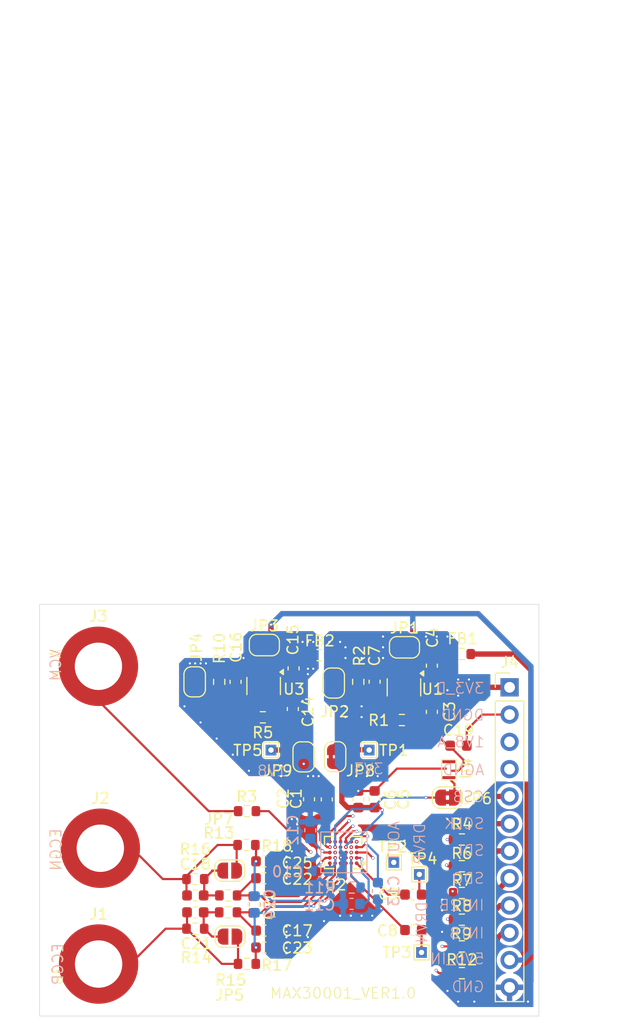
<source format=kicad_pcb>
(kicad_pcb (version 20240108) (generator "pcbnew") (generator_version "8.0")
  (layers (0 "F.Cu" signal) (1 "In1.Cu" signal) (2 "In2.Cu" signal) (31 "B.Cu" signal) (34 "B.Paste" user) (35 "F.Paste" user) (36 "B.SilkS" user "B.Silkscreen") (37 "F.SilkS" user "F.Silkscreen") (38 "B.Mask" user) (39 "F.Mask" user) (44 "Edge.Cuts" user))
  (net 0 "")
  (net 1 "GND")
  (net 2 "Net-(JP2-B)")
  (net 3 "Net-(JP4-B)")
  (net 4 "Net-(JP1-B)")
  (net 5 "Net-(JP3-B)")
  (net 6 "GNDA")
  (net 8 "1V8_A")
  (net 9 "3V3_D")
  (net 10 "GNDD")
  (net 11 "Net-(U2-DRVN)")
  (net 12 "Net-(U2-DRVP)")
  (net 13 "Net-(U2-CAPN)")
  (net 14 "Net-(U2-CAPP)")
  (net 15 "Net-(U2-VBG)")
  (net 16 "Net-(U2-CPLL)")
  (net 17 "Net-(U2-VREF)")
  (net 18 "ECGP")
  (net 19 "Net-(JP5-A)")
  (net 20 "ECGP ELECTRODE")
  (net 21 "ECGN")
  (net 22 "Net-(JP7-B)")
  (net 23 "ECGN ELECTRODE")
  (net 24 "BIP")
  (net 25 "BIN")
  (net 26 "VCM ELECTRODE")
  (net 27 "Net-(J4-Pin_7)")
  (net 28 "Net-(J4-Pin_6)")
  (net 29 "Net-(J4-Pin_9)")
  (net 30 "5V0_IN")
  (net 31 "Net-(J4-Pin_10)")
  (net 32 "Net-(J4-Pin_5)")
  (net 33 "Net-(J4-Pin_8)")
  (net 34 "FCLK")
  (net 35 "Net-(JP6-A)")
  (net 36 "Net-(U2-VCM)")
  (net 37 "CSB")
  (net 38 "SCLK")
  (net 39 "SDI")
  (net 40 "SDO")
  (net 41 "INT2B")
  (net 42 "RBIAS")
  (net 43 "INTB")
  (net 44 "Net-(U2-AOUT)")
  (net 47 "Net-(JP8-A)")
  (net 48 "Net-(JP9-A)")
  (footprint "Capacitor_SMD:C_0603_1608Metric" (layer "F.Cu") (at 177.9394 125.9332)
    (property "Reference" "C25")
    (property "Value" "DNI")
  )
  (footprint "Capacitor_SMD:C_0603_1608Metric" (layer "F.Cu") (at 183.757 120.164 90)
    (property "Reference" "C1")
    (property "Value" "10uF")
  )
  (footprint "TestPoint:TestPoint_THTPad_1.0x1.0mm_Drill0.5mm" (layer "F.Cu") (at 192.5828 134.4168 -90)
    (property "Reference" "TP3")
    (property "Value" "DRVN")
  )
  (footprint "Capacitor_SMD:C_0603_1608Metric" (layer "F.Cu") (at 186.69 120.155 90)
    (property "Reference" "C6")
    (property "Value" "100nF")
  )
  (footprint "Capacitor_SMD:C_0603_1608Metric" (layer "F.Cu") (at 176.936681 129.959681 90)
    (property "Reference" "C20")
    (property "Value" "DNI")
  )
  (footprint "Package_BGA:BGA30N50P5X6_274X292X69N" (layer "F.Cu") (at 185.289 125.111 180)
    (property "Reference" "U2")
    (property "Value" "MAX30001CWV_T")
  )
  (footprint "parts:SIT1533AI_2X1.2MM" (layer "F.Cu") (at 195.1332 117.4 -90)
    (property "Reference" "U4")
    (property "Value" "SIT1533AI-H4-DCC-32.768E")
  )
  (footprint "Mounting_Wuerth:Mounting_Wuerth_WA-SMSI-M3_H6mm_9774060360" (layer "F.Cu") (at 162.5 135.5)
    (property "Reference" "J1")
    (property "Value" "Conn_01x01")
  )
  (footprint "Resistor_SMD:R_0603_1608Metric" (layer "F.Cu") (at 196.342 128.8796)
    (property "Reference" "R7")
    (property "Value" "22R")
  )
  (footprint "Capacitor_SMD:C_0603_1608Metric" (layer "F.Cu") (at 196.0242 115.1636)
    (property "Reference" "C19")
    (property "Value" "1uF")
  )
  (footprint "Resistor_SMD:R_0603_1608Metric" (layer "F.Cu") (at 173.736 109.22 90)
    (property "Reference" "R10")
    (property "Value" "NC")
  )
  (footprint "TestPoint:TestPoint_THTPad_1.0x1.0mm_Drill0.5mm" (layer "F.Cu") (at 192.3796 127.1524 -90)
    (property "Reference" "TP4")
    (property "Value" "DRVP")
  )
  (footprint "Connector_PinHeader_2.54mm:PinHeader_1x12_P2.54mm_Vertical" (layer "F.Cu") (at 200.787 109.728)
    (property "Reference" "J4")
    (property "Value" "Conn_01x12")
  )
  (footprint "Resistor_SMD:R_0603_1608Metric" (layer "F.Cu") (at 174.574481 129.108481 180)
    (property "Reference" "R15")
    (property "Value" "0R")
  )
  (footprint "Resistor_SMD:R_0603_1608Metric" (layer "F.Cu") (at 196.342 106.6292 180)
    (property "Reference" "FB1")
    (property "Value" "TBD/0R")
  )
  (footprint "Resistor_SMD:R_0603_1608Metric" (layer "F.Cu") (at 177.8 112.522 180)
    (property "Reference" "R5")
    (property "Value" "NC")
  )
  (footprint "Jumper:SolderJumper-2_P1.3mm_Open_RoundedPad1.0x1.5mm" (layer "F.Cu") (at 174.7116 126.7968 180)
    (property "Reference" "JP7")
    (property "Value" "Jumper_2_Open")
  )
  (footprint "Resistor_SMD:R_0603_1608Metric" (layer "F.Cu") (at 176.3146 135.4836 180)
    (property "Reference" "R17")
    (property "Value" "0R")
  )
  (footprint "Resistor_SMD:R_0603_1608Metric" (layer "F.Cu") (at 176.276 124.4092 180)
    (property "Reference" "R18")
    (property "Value" "0R")
  )
  (footprint "Capacitor_SMD:C_0603_1608Metric" (layer "F.Cu") (at 188.214 120.155 90)
    (property "Reference" "C5")
    (property "Value" "10uF")
  )
  (footprint "Package_TO_SOT_SMD:TSOT-23-5" (layer "F.Cu") (at 190.947 109.7335 -90)
    (property "Reference" "U1")
    (property "Value" "ADP151_3V3")
  )
  (footprint "Jumper:SolderJumper-2_P1.3mm_Open_RoundedPad1.0x1.5mm" (layer "F.Cu") (at 174.7416 132.9436)
    (property "Reference" "JP5")
    (property "Value" "Jumper_2_Open")
  )
  (footprint "Resistor_SMD:R_0603_1608Metric" (layer "F.Cu") (at 190.754 112.776 180)
    (property "Reference" "R1")
    (property "Value" "NC")
  )
  (footprint "Resistor_SMD:R_0603_1608Metric" (layer "F.Cu") (at 196.342 136.3472)
    (property "Reference" "R12")
    (property "Value" "22R")
  )
  (footprint "Capacitor_SMD:C_0603_1608Metric" (layer "F.Cu") (at 177.9394 133.9596)
    (property "Reference" "C23")
    (property "Value" "DNI")
  )
  (footprint "Capacitor_SMD:C_0603_1608Metric" (layer "F.Cu") (at 171.513481 130.683281)
    (property "Reference" "C18")
    (property "Value" "47nF/25V/C0G")
  )
  (footprint "Package_TO_SOT_SMD:TSOT-23-5" (layer "F.Cu") (at 177.876 109.6065 -90)
    (property "Reference" "U3")
    (property "Value" "ADP151_1V8")
  )
  (footprint "Capacitor_SMD:C_0603_1608Metric" (layer "F.Cu") (at 177.9394 127.508)
    (property "Reference" "C22")
    (property "Value" "DNI")
  )
  (footprint "Capacitor_SMD:C_0603_1608Metric" (layer "F.Cu") (at 188.214 109.207 90)
    (property "Reference" "C7")
    (property "Value" "NC")
  )
  (footprint "Mounting_Wuerth:Mounting_Wuerth_WA-SMSI-M3_H6mm_9774060360" (layer "F.Cu") (at 162.6616 124.714)
    (property "Reference" "J2")
    (property "Value" "Conn_01x01")
  )
  (footprint "TestPoint:TestPoint_THTPad_1.0x1.0mm_Drill0.5mm" (layer "F.Cu") (at 187.706 115.57 -90)
    (property "Reference" "TP1")
    (property "Value" "3V3")
  )
  (footprint "Capacitor_SMD:C_0603_1608Metric" (layer "F.Cu") (at 182.106 120.151 90)
    (property "Reference" "C2")
    (property "Value" "100nF")
  )
  (footprint "Resistor_SMD:R_0603_1608Metric" (layer "F.Cu") (at 196.342 133.858)
    (property "Reference" "R9")
    (property "Value" "22R")
  )
  (footprint "Jumper:SolderJumper-2_P1.3mm_Bridged2Bar_RoundedPad1.0x1.5mm" (layer "F.Cu") (at 184.531 116.19 -90)
    (property "Reference" "JP8")
    (property "Value" "Jumper_2_Bridged")
  )
  (footprint "Mounting_Wuerth:Mounting_Wuerth_WA-SMSI-M3_H6mm_9774060360" (layer "F.Cu") (at 162.483519 107.771919)
    (property "Reference" "J3")
    (property "Value" "Conn_01x01")
  )
  (footprint "Resistor_SMD:R_0603_1608Metric" (layer "F.Cu") (at 174.562281 130.683281 180)
    (property "Reference" "R13")
    (property "Value" "0R")
  )
  (footprint "Capacitor_SMD:C_0603_1608Metric" (layer "F.Cu") (at 193.548 107.709 -90)
    (property "Reference" "C4")
    (property "Value" "1uF")
  )
  (footprint "Capacitor_SMD:C_0603_1608Metric" (layer "F.Cu") (at 180.665 107.963 -90)
    (property "Reference" "C15")
    (property "Value" "1uF")
  )
  (footprint "TestPoint:TestPoint_THTPad_1.0x1.0mm_Drill0.5mm" (layer "F.Cu") (at 190 126.0348 -90)
    (property "Reference" "TP2")
    (property "Value" "AOUT")
  )
  (footprint "Jumper:SolderJumper-2_P1.3mm_Bridged2Bar_RoundedPad1.0x1.5mm" (layer "F.Cu") (at 181.61 116.205 -90)
    (property "Reference" "JP9")
    (property "Value" "Jumper_2_Bridged")
  )
  (footprint "Capacitor_SMD:C_0603_1608Metric" (layer "F.Cu") (at 193.548 112.014 90)
    (property "Reference" "C3")
    (property "Value" "1uF")
  )
  (footprint "Resistor_SMD:R_0603_1608Metric" (layer "F.Cu") (at 171.514281 127.584481)
    (property "Reference" "R16")
    (property "Value" "51K/0.05%")
  )
  (footprint "Resistor_SMD:R_0603_1608Metric" (layer "F.Cu") (at 176.3268 121.2596 180)
    (property "Reference" "R3")
    (property "Value" "200K")
  )
  (footprint "Capacitor_SMD:C_0603_1608Metric" (layer "F.Cu") (at 180.594 111.747 90)
    (property "Reference" "C14")
    (property "Value" "1uF")
  )
  (footprint "Jumper:SolderJumper-2_P1.3mm_Bridged2Bar_RoundedPad1.0x1.5mm" (layer "F.Cu") (at 190.9955 106.002 180)
    (property "Reference" "JP1")
    (property "Value" "Jumper_2_Bridged")
  )
  (footprint "Capacitor_SMD:C_0603_1608Metric" (layer "F.Cu") (at 191.8208 129.032)
    (property "Reference" "C9")
    (property "Value" "47nF")
  )
  (footprint "Jumper:SolderJumper-2_P1.3mm_Bridged2Bar_RoundedPad1.0x1.5mm" (layer "F.Cu") (at 171.45 109.22 -90)
    (property "Reference" "JP4")
    (property "Value" "Jumper_2_Bridged")
  )
  (footprint "Capacitor_SMD:C_0603_1608Metric" (layer "F.Cu") (at 191.8208 132.334)
    (property "Reference" "C8")
    (property "Value" "47nF")
  )
  (footprint "Jumper:SolderJumper-2_P1.3mm_Bridged2Bar_RoundedPad1.0x1.5mm" (layer "F.Cu") (at 177.942 105.791 180)
    (property "Reference" "JP3")
    (property "Value" "Jumper_2_Bridged")
  )
  (footprint "Jumper:SolderJumper-2_P1.3mm_Bridged2Bar_RoundedPad1.0x1.5mm" (layer "F.Cu") (at 195 120 180)
    (property "Reference" "JP6")
    (property "Value" "Jumper_2_Bridged")
  )
  (footprint "Jumper:SolderJumper-2_P1.3mm_Bridged2Bar_RoundedPad1.0x1.5mm" (layer "F.Cu") (at 184.404 109.332 -90)
    (property "Reference" "JP2")
    (property "Value" "Jumper_2_Bridged")
  )
  (footprint "TestPoint:TestPoint_THTPad_1.0x1.0mm_Drill0.5mm" (layer "F.Cu") (at 178.562 115.57 -90)
    (property "Reference" "TP5")
    (property "Value" "1V8")
  )
  (footprint "Resistor_SMD:R_0603_1608Metric" (layer "F.Cu") (at 196.342 131.3688)
    (property "Reference" "R8")
    (property "Value" "22R")
  )
  (footprint "Resistor_SMD:R_0603_1608Metric" (layer "F.Cu") (at 183.0832 106.7308 180)
    (property "Reference" "FB2")
    (property "Value" "TBD/0R")
  )
  (footprint "Capacitor_SMD:C_0603_1608Metric" (layer "F.Cu") (at 175.26 109.22 90)
    (property "Reference" "C16")
    (property "Value" "NC")
  )
  (footprint "Resistor_SMD:R_0603_1608Metric" (layer "F.Cu") (at 171.514281 132.207281 180)
    (property "Reference" "R14")
    (property "Value" "51K/0.05%")
  )
  (footprint "Resistor_SMD:R_0603_1608Metric" (layer "F.Cu") (at 186.69 109.22 90)
    (property "Reference" "R2")
    (property "Value" "NC")
  )
  (footprint "Resistor_SMD:R_0603_1608Metric" (layer "F.Cu") (at 196.342 123.9012)
    (property "Reference" "R4")
    (property "Value" "22R")
  )
  (footprint "Capacitor_SMD:C_0603_1608Metric" (layer "F.Cu") (at 177.9524 132.3848)
    (property "Reference" "C17")
    (property "Value" "DNI")
  )
  (footprint "Capacitor_SMD:C_0603_1608Metric" (layer "F.Cu") (at 171.513481 129.108481 180)
    (property "Reference" "C21")
    (property "Value" "47nF/25V/C0G")
  )
  (footprint "Resistor_SMD:R_0603_1608Metric" (layer "F.Cu") (at 196.342 126.3904)
    (property "Reference" "R6")
    (property "Value" "22R")
  )
  (footprint "Capacitor_SMD:C_0603_1608Metric" (layer "B.Cu") (at 177.038 129.9464 90)
    (property "Reference" "C24")
    (property "Value" "DNI")
  )
  (footprint "Capacitor_SMD:C_0603_1608Metric" (layer "B.Cu") (at 183.134 126.8476)
    (property "Reference" "C10")
    (property "Value" "1uF")
  )
  (footprint "Capacitor_SMD:C_0603_1608Metric" (layer "B.Cu") (at 188.5188 128.6894 -90)
    (property "Reference" "C13")
    (property "Value" "10uF")
  )
  (footprint "Capacitor_SMD:C_0603_1608Metric" (layer "B.Cu") (at 182.2196 123.0376 90)
    (property "Reference" "C12")
    (property "Value" "1nF")
  )
  (footprint "Resistor_SMD:R_0603_1608Metric" (layer "B.Cu") (at 186.0804 128.3716)
    (property "Reference" "R11")
    (property "Value" "DNP")
  )
  (footprint "Capacitor_SMD:C_0603_1608Metric" (layer "B.Cu") (at 186.0674 129.8956 180)
    (property "Reference" "C11")
    (property "Value" "1uF")
  )
  (gr_rect (start 183.2 123.2) (end 187.5 127) (stroke (width 0.1)) (fill none) (layer "B.SilkS"))
  (gr_rect (start 157 102) (end 203.523 140.3415) (stroke (width 0.05)) (fill none) (layer "Edge.Cuts"))
  (gr_text "SCLK" (at 198.5 123 0) (layer "B.SilkS") (effects (font (size 1 1) (thickness 0.1)) (justify left bottom mirror)))
  (gr_text "DRVP" (at 193 122.3 90) (layer "B.SilkS") (effects (font (size 1 1) (thickness 0.1)) (justify left bottom mirror)))
  (gr_text "AGND" (at 198.5 118 0) (layer "B.SilkS") (effects (font (size 1 1) (thickness 0.1)) (justify left bottom mirror)))
  (gr_text "GND\n" (at 198.5 138.2 0) (layer "B.SilkS") (effects (font (size 1 1) (thickness 0.1)) (justify left bottom mirror)))
  (gr_text "SDO" (at 198.5 128.1 0) (layer "B.SilkS") (effects (font (size 1 1) (thickness 0.1)) (justify left bottom mirror)))
  (gr_text "VCM" (at 159.1 106.1 90) (layer "B.SilkS") (effects (font (size 1 1) (thickness 0.1)) (justify left bottom mirror)))
  (gr_text "ECGP" (at 159.3 133.5 90) (layer "B.SilkS") (effects (font (size 1 1) (thickness 0.1)) (justify left bottom mirror)))
  (gr_text "CSB" (at 198.5 120.5 0) (layer "B.SilkS") (effects (font (size 1 1) (thickness 0.1)) (justify left bottom mirror)))
  (gr_text "INT2B" (at 198.5 130.6 0) (layer "B.SilkS") (effects (font (size 1 1) (thickness 0.1)) (justify left bottom mirror)))
  (gr_text "1V8_A" (at 198.5 115.4 0) (layer "B.SilkS") (effects (font (size 1 1) (thickness 0.1)) (justify left bottom mirror)))
  (gr_text "1V8" (at 180.1 118.1 0) (layer "B.SilkS") (effects (font (size 1 1) (thickness 0.1)) (justify left bottom mirror)))
  (gr_text "5V0_IN" (at 198.5 135.6 0) (layer "B.SilkS") (effects (font (size 1 1) (thickness 0.1)) (justify left bottom mirror)))
  (gr_text "3V3_D" (at 198.5 110.4 0) (layer "B.SilkS") (effects (font (size 1 1) (thickness 0.1)) (justify left bottom mirror)))
  (gr_text "SDI" (at 198.5 125.5 0) (layer "B.SilkS") (effects (font (size 1 1) (thickness 0.1)) (justify left bottom mirror)))
  (gr_text "INTB" (at 198.5 133.2 0) (layer "B.SilkS") (effects (font (size 1 1) (thickness 0.1)) (justify left bottom mirror)))
  (gr_text "AOUT" (at 190.6 122.1 90) (layer "B.SilkS") (effects (font (size 1 1) (thickness 0.1)) (justify left bottom mirror)))
  (gr_text "ECGN" (at 159.1 122.8 90) (layer "B.SilkS") (effects (font (size 1 1) (thickness 0.1)) (justify left bottom mirror)))
  (gr_text "DGND" (at 198.5 112.9 0) (layer "B.SilkS") (effects (font (size 1 1) (thickness 0.1)) (justify left bottom mirror)))
  (gr_text "3V3" (at 189.1 117.9 0) (layer "B.SilkS") (effects (font (size 1 1) (thickness 0.1)) (justify left bottom mirror)))
  (gr_text "DRVN" (at 193.2 129.6 90) (layer "B.SilkS") (effects (font (size 1 1) (thickness 0.1)) (justify left bottom mirror)))
  (gr_text "ECGP" (at 158 133.5 -90) (layer "F.SilkS") (effects (font (size 1 1) (thickness 0.1)) (justify left bottom)))
  (gr_text "VCM" (at 157.8 106.1 -90) (layer "F.SilkS") (effects (font (size 1 1) (thickness 0.1)) (justify left bottom)))
  (gr_text "ECGN" (at 157.9 122.8 -90) (layer "F.SilkS") (effects (font (size 1 1) (thickness 0.1)) (justify left bottom)))
  (gr_text "MAX30001_VER1.0" (at 178.4 138.8 0) (layer "F.SilkS") (effects (font (size 1 1) (thickness 0.1)) (justify left bottom)))
  (segment (start 201.2696 106.6292) (end 197.167 106.6292) (width 0.5) (layer "F.Cu") (net 1))
  (segment (start 202.773 137.079) (end 202.773 108.1326) (width 0.5) (layer "F.Cu") (net 1))
  (segment (start 200.787 137.668) (end 202.184 137.668) (width 0.5) (layer "F.Cu") (net 1))
  (segment (start 202.773 108.1326) (end 201.2696 106.6292) (width 0.5) (layer "F.Cu") (net 1))
  (segment (start 202.184 137.668) (end 202.773 137.079) (width 0.5) (layer "F.Cu") (net 1))
  (via (at 195 122) (size 0.3) (drill 0.2) (layers "F.Cu" "B.Cu") (net 1))
  (via (at 196 122) (size 0.3) (drill 0.2) (layers "F.Cu" "B.Cu") (net 1))
  (via (at 195 138) (size 0.3) (drill 0.2) (layers "F.Cu" "B.Cu") (net 1))
  (via (at 194.5 129.5) (size 0.3) (drill 0.2) (layers "F.Cu" "B.Cu") (net 1))
  (via (at 191 124) (size 0.3) (drill 0.2) (layers "F.Cu" "B.Cu") (net 1))
  (via (at 194.5 132.5) (size 0.3) (drill 0.2) (layers "F.Cu" "B.Cu") (net 1))
  (via (at 196 139) (size 0.3) (drill 0.2) (layers "F.Cu" "B.Cu") (net 1))
  (via (at 202.5 139) (size 0.3) (drill 0.2) (layers "F.Cu" "B.Cu") (net 1))
  (via (at 194.5 130.5) (size 0.3) (drill 0.2) (layers "F.Cu" "B.Cu") (net 1))
  (via (at 197.5 139) (size 0.3) (drill 0.2) (layers "F.Cu" "B.Cu") (net 1))
  (segment (start 186.753 109.982) (end 186.69 110.045) (width 0.5) (layer "F.Cu") (net 2))
  (segment (start 188.214 111.506) (end 189.484 112.776) (width 0.5) (layer "F.Cu") (net 2))
  (segment (start 190.947 109.161184) (end 190.380184 109.728) (width 0.5) (layer "F.Cu") (net 2))
  (segment (start 186.627 109.982) (end 186.69 110.045) (width 0.5) (layer "F.Cu") (net 2))
  (segment (start 188.214 109.982) (end 188.214 111.506) (width 0.5) (layer "F.Cu") (net 2))
  (segment (start 189.484 112.776) (end 189.929 112.776) (width 0.5) (layer "F.Cu") (net 2))
  (segment (start 188.722 109.982) (end 188.214 109.982) (width 0.5) (layer "F.Cu") (net 2))
  (segment (start 188.976 109.728) (end 188.722 109.982) (width 0.5) (layer "F.Cu") (net 2))
  (segment (start 184.404 109.982) (end 186.627 109.982) (width 0.5) (layer "F.Cu") (net 2))
  (segment (start 190.380184 109.728) (end 188.976 109.728) (width 0.5) (layer "F.Cu") (net 2))
  (segment (start 190.947 108.596) (end 190.947 109.161184) (width 0.5) (layer "F.Cu") (net 2))
  (segment (start 188.214 109.982) (end 186.753 109.982) (width 0.5) (layer "F.Cu") (net 2))
  (segment (start 175.26 109.995) (end 173.786 109.995) (width 0.5) (layer "F.Cu") (net 3))
  (segment (start 171.45 109.87) (end 173.561 109.87) (width 0.5) (layer "F.Cu") (net 3))
  (segment (start 176.975 112.522) (end 176.276 112.522) (width 0.5) (layer "F.Cu") (net 3))
  (segment (start 176.276 112.522) (end 175.26 111.506) (width 0.5) (layer "F.Cu") (net 3))
  (segment (start 175.26 111.506) (end 175.26 109.995) (width 0.5) (layer "F.Cu") (net 3))
  (segment (start 173.561 109.87) (end 173.736 110.045) (width 0.5) (layer "F.Cu") (net 3))
  (segment (start 177.876 108.469) (end 177.876 109.131499) (width 0.5) (layer "F.Cu") (net 3))
  (segment (start 177.876 109.131499) (end 177.425999 109.5815) (width 0.5) (layer "F.Cu") (net 3))
  (segment (start 177.425999 109.5815) (end 175.6735 109.5815) (width 0.5) (layer "F.Cu") (net 3))
  (segment (start 175.6735 109.5815) (end 175.26 109.995) (width 0.5) (layer "F.Cu") (net 3))
  (segment (start 173.786 109.995) (end 173.736 110.045) (width 0.5) (layer "F.Cu") (net 3))
  (segment (start 189.997 106.3505) (end 190.3455 106.002) (width 0.5) (layer "F.Cu") (net 4))
  (segment (start 189.997 108.596) (end 189.997 106.3505) (width 0.5) (layer "F.Cu") (net 4))
  (segment (start 176.926 108.469) (end 176.926 106.157) (width 0.5) (layer "F.Cu") (net 5))
  (segment (start 176.926 106.157) (end 177.292 105.791) (width 0.5) (layer "F.Cu") (net 5))
  (segment (start 185.539 125.611) (end 185.539 125.111) (width 0.2) (layer "F.Cu") (net 6))
  (segment (start 183.757 119.389) (end 182.119 119.389) (width 0.2) (layer "F.Cu") (net 6))
  (segment (start 185.039 124.611) (end 185.039 125.611) (width 0.2) (layer "F.Cu") (net 6))
  (segment (start 171.575 108.445) (end 171.45 108.57) (width 0.5) (layer "F.Cu") (net 6))
  (segment (start 180.594 108.809) (end 180.665 108.738) (width 0.5) (layer "F.Cu") (net 6))
  (segment (start 180.594 110.972) (end 180.594 108.809) (width 0.5) (layer "F.Cu") (net 6))
  (segment (start 178.7144 127.508) (end 178.7144 125.9332) (width 0.2) (layer "F.Cu") (net 6))
  (segment (start 180.622 111) (end 180.594 110.972) (width 0.2) (layer "F.Cu") (net 6))
  (segment (start 175.26 108.445) (end 171.575 108.445) (width 0.5) (layer "F.Cu") (net 6))
  (segment (start 178.7274 133.9466) (end 178.7144 133.9596) (width 0.2) (layer "F.Cu") (net 6))
  (segment (start 178.7274 132.3848) (end 178.7274 133.9466) (width 0.2) (layer "F.Cu") (net 6))
  (segment (start 185.039 125.111) (end 185.539 125.111) (width 0.2) (layer "F.Cu") (net 6))
  (segment (start 182.119 119.389) (end 182.106 119.376) (width 0.2) (layer "F.Cu") (net 6))
  (segment (start 181.5 111) (end 180.622 111) (width 0.2) (layer "F.Cu") (net 6))
  (via (at 183.5 131.5) (size 0.3) (drill 0.2) (layers "F.Cu" "B.Cu") (net 6))
  (via (at 180 126) (size 0.3) (drill 0.2) (layers "F.Cu" "B.Cu") (net 6))
  (via (at 171 107.5) (size 0.3) (drill 0.2) (layers "F.Cu" "B.Cu") (net 6))
  (via (at 180 132) (size 0.3) (drill 0.2) (layers "F.Cu" "B.Cu") (net 6))
  (via (at 182 108.5) (size 0.3) (drill 0.2) (layers "F.Cu" "B.Cu") (net 6))
  (via (at 179.5 117) (size 0.3) (drill 0.2) (layers "F.Cu" "B.Cu") (net 6))
  (via (at 182 133) (size 0.3) (drill 0.2) (layers "F.Cu" "B.Cu") (net 6))
  (via (at 187 131) (size 0.3) (drill 0.2) (layers "F.Cu" "B.Cu") (net 6))
  (via (at 181 122.5) (size 0.3) (drill 0.2) (layers "F.Cu" "B.Cu") (net 6))
  (via (at 180 127) (size 0.3) (drill 0.2) (layers "F.Cu" "B.Cu") (net 6))
  (via (at 181.5 105.5) (size 0.3) (drill 0.2) (layers "F.Cu" "B.Cu") (net 6))
  (via (at 180 128) (size 0.3) (drill 0.2) (layers "F.Cu" "B.Cu") (net 6))
  (via (at 172 107.5) (size 0.3) (drill 0.2) (layers "F.Cu" "B.Cu") (net 6))
  (via (at 180 126.5) (size 0.3) (drill 0.2) (layers "F.Cu" "B.Cu") (net 6))
  (via (at 180 134.5) (size 0.3) (drill 0.2) (layers "F.Cu" "B.Cu") (net 6))
  (via (at 186 131) (size 0.3) (drill 0.2) (layers "F.Cu" "B.Cu") (net 6))
  (via (at 176 107) (size 0.3) (drill 0.2) (layers "F.Cu" "B.Cu") (net 6))
  (via (at 171.5 107.5) (size 0.3) (drill 0.2) (layers "F.Cu" "B.Cu") (net 6))
  (via (at 180.5 125) (size 0.3) (drill 0.2) (layers "F.Cu" "B.Cu") (net 6))
  (via (at 181 122) (size 0.3) (drill 0.2) (layers "F.Cu" "B.Cu") (net 6))
  (via (at 180 133) (size 0.3) (drill 0.2) (layers "F.Cu" "B.Cu") (net 6))
  (via (at 181.5 111) (size 0.3) (drill 0.2) (layers "F.Cu" "B.Cu") (net 6))
  (via (at 180 125.5) (size 0.3) (drill 0.2) (layers "F.Cu" "B.Cu") (net 6))
  (via (at 175 116) (size 0.3) (drill 0.2) (layers "F.Cu" "B.Cu") (net 6))
  (via (at 182 118) (size 0.3) (drill 0.2) (layers "F.Cu" "B.Cu") (net 6))
  (via (at 172 113) (size 0.3) (drill 0.2) (layers "F.Cu" "B.Cu") (net 6))
  (via (at 181 134) (size 0.3) (drill 0.2) (layers "F.Cu" "B.Cu") (net 6))
  (via (at 188 131) (size 0.3) (drill 0.2) (layers "F.Cu" "B.Cu") (net 6))
  (via (at 182 105.5) (size 0.3) (drill 0.2) (layers "F.Cu" "B.Cu") (net 6))
  (via (at 170.5 111.5) (size 0.3) (drill 0.2) (layers "F.Cu" "B.Cu") (net 6))
  (via (at 183 118) (size 0.3) (drill 0.2) (layers "F.Cu" "B.Cu") (net 6))
  (via (at 180.5 122) (size 0.3) (drill 0.2) (layers "F.Cu" "B.Cu") (net 6))
  (via (at 180 132.5) (size 0.3) (drill 0.2) (layers "F.Cu" "B.Cu") (net 6))
  (via (at 182.5 118) (size 0.3) (drill 0.2) (layers "F.Cu" "B.Cu") (net 6))
  (via (at 180 127.5) (size 0.3) (drill 0.2) (layers "F.Cu" "B.Cu") (net 6))
  (via (at 173.5 114.5) (size 0.3) (drill 0.2) (layers "F.Cu" "B.Cu") (net 6))
  (via (at 179.5 118) (size 0.3) (drill 0.2) (layers "F.Cu" "B.Cu") (net 6))
  (via (at 185.0644 125.5776) (size 0.2) (drill 0.15) (layers "F.Cu" "B.Cu") (net 6))
  (via (at 182.5 105.5) (size 0.3) (drill 0.2) (layers "F.Cu" "B.Cu") (net 6))
  (via (at 180 134) (size 0.3) (drill 0.2) (layers "F.Cu" "B.Cu") (net 6))
  (via (at 182 108) (size 0.3) (drill 0.2) (layers "F.Cu" "B.Cu") (net 6))
  (via (at 176.5 117.5) (size 0.3) (drill 0.2) (layers "F.Cu" "B.Cu") (net 6))
  (via (at 180 133.5) (size 0.3) (drill 0.2) (layers "F.Cu" "B.Cu") (net 6))
  (via (at 182.5 108) (size 0.3) (drill 0.2) (layers "F.Cu" "B.Cu") (net 6))
  (via (at 185 131) (size 0.3) (drill 0.2) (layers "F.Cu" "B.Cu") (net 6))
  (via (at 172.5 107.5) (size 0.3) (drill 0.2) (layers "F.Cu" "B.Cu") (net 6))
  (segment (start 185.2554 125.7686) (end 185.0644 125.5776) (width 0.2) (layer "B.Cu") (net 6))
  (segment (start 185.2554 128.3716) (end 185.2554 125.7686) (width 0.2) (layer "B.Cu") (net 6))
  (segment (start 183.757 122.313) (end 183.757 120.939) (width 0.2) (layer "F.Cu") (net 8))
  (segment (start 183.3054 124.124887) (end 183.3054 122.7646) (width 0.2) (layer "F.Cu") (net 8))
  (segment (start 183.3054 122.7646) (end 183.757 122.313) (width 0.2) (layer "F.Cu") (net 8))
  (segment (start 183.791513 124.611) (end 183.3054 124.124887) (width 0.2) (layer "F.Cu") (net 8))
  (segment (start 181.61 116.855) (end 180.609 117.856) (width 0.5) (layer "F.Cu") (net 8))
  (segment (start 181.356 120.939) (end 183.757 120.939) (width 0.5) (layer "F.Cu") (net 8))
  (segment (start 180.609 117.856) (end 180.609 120.192) (width 0.5) (layer "F.Cu") (net 8))
  (segment (start 184.039 124.611) (end 183.791513 124.611) (width 0.2) (layer "F.Cu") (net 8))
  (segment (start 180.609 120.192) (end 181.356 120.939) (width 0.5) (layer "F.Cu") (net 8))
  (via (at 184.0484 124.6124) (size 0.2) (drill 0.15) (layers "F.Cu" "B.Cu") (net 8))
  (via (at 181.61 116.855) (size 0.3) (drill 0.2) (layers "F.Cu" "B.Cu") (net 8))
  (via (at 186.5376 124.1044) (size 0.2) (drill 0.15) (layers "F.Cu" "B.Cu") (net 8))
  (segment (start 184.531 116.84) (end 185.166 117.475) (width 0.5) (layer "F.Cu") (net 9))
  (segment (start 190.368 114.808) (end 193.0908 114.808) (width 0.5) (layer "F.Cu") (net 9))
  (segment (start 188.336 116.84) (end 190.368 114.808) (width 0.5) (layer "F.Cu") (net 9))
  (segment (start 185.166 117.7544) (end 185.166 120.396) (width 0.5) (layer "F.Cu") (net 9))
  (segment (start 193.8782 114.0206) (end 198.1708 109.728) (width 0.5) (layer "F.Cu") (net 9))
  (segment (start 193.0908 114.808) (end 193.8782 114.0206) (width 0.5) (layer "F.Cu") (net 9))
  (segment (start 195.2492 115.1636) (end 195.0212 115.1636) (width 0.2) (layer "F.Cu") (net 9))
  (segment (start 184.531 116.84) (end 188.336 116.84) (width 0.5) (layer "F.Cu") (net 9))
  (segment (start 195.2492 115.2492) (end 196.5 116.5) (width 0.2) (layer "F.Cu") (net 9))
  (segment (start 185.7 120.93) (end 188.214 120.93) (width 0.5) (layer "F.Cu") (net 9))
  (segment (start 185.166 117.475) (end 185.166 117.7544) (width 0.5) (layer "F.Cu") (net 9))
  (segment (start 195.0212 115.1636) (end 193.8782 114.0206) (width 0.2) (layer "F.Cu") (net 9))
  (segment (start 198.1708 109.728) (end 200.787 109.728) (width 0.5) (layer "F.Cu") (net 9))
  (segment (start 186.69 120.93) (end 186.69 121.1072) (width 0.2) (layer "F.Cu") (net 9))
  (segment (start 188.214 120.93) (end 188.698413 120.93) (width 0.2) (layer "F.Cu") (net 9))
  (segment (start 185.166 120.396) (end 185.7 120.93) (width 0.5) (layer "F.Cu") (net 9))
  (segment (start 188.698413 120.93) (end 188.925194 121.156781) (width 0.2) (layer "F.Cu") (net 9))
  (segment (start 195.5832 117.5) (end 196 117.5) (width 0.2) (layer "F.Cu") (net 9))
  (segment (start 195.2492 115.1636) (end 195.2492 115.2492) (width 0.2) (layer "F.Cu") (net 9))
  (segment (start 196 117.5) (end 196.5 117) (width 0.2) (layer "F.Cu") (net 9))
  (segment (start 196.5 116.5) (end 196.5 117) (width 0.2) (layer "F.Cu") (net 9))
  (via (at 188.925194 121.156781) (size 0.3) (drill 0.2) (layers "F.Cu" "B.Cu") (net 9))
  (via (at 185.541326 124.609769) (size 0.2) (drill 0.15) (layers "F.Cu" "B.Cu") (net 9))
  (segment (start 186.795507 123.645752) (end 188.925194 121.516065) (width 0.2) (layer "B.Cu") (net 9))
  (segment (start 186.386648 123.645752) (end 186.795507 123.645752) (width 0.2) (layer "B.Cu") (net 9))
  (segment (start 185.541326 124.609769) (end 185.541326 124.491074) (width 0.2) (layer "B.Cu") (net 9))
  (segment (start 188.925194 121.516065) (end 188.925194 121.156781) (width 0.2) (layer "B.Cu") (net 9))
  (segment (start 185.541326 124.491074) (end 186.386648 123.645752) (width 0.2) (layer "B.Cu") (net 9))
  (segment (start 193.548 108.484) (end 194.538 108.484) (width 0.5) (layer "F.Cu") (net 10))
  (segment (start 198.232 112.268) (end 196.7992 113.7008) (width 0.2) (layer "F.Cu") (net 10))
  (segment (start 194.6832 117.3) (end 190.294 117.3) (width 0.2) (layer "F.Cu") (net 10))
  (segment (start 200.787 112.268) (end 198.232 112.268) (width 0.2) (layer "F.Cu") (net 10))
  (segment (start 194.946 107.2002) (end 195.517 106.6292) (width 0.5) (layer "F.Cu") (net 10))
  (segment (start 190.294 117.3) (end 188.214 119.38) (width 0.2) (layer "F.Cu") (net 10))
  (segment (start 193.548 111.239) (end 193.548 108.484) (width 0.5) (layer "F.Cu") (net 10))
  (segment (start 196.7992 113.7008) (end 196.7992 115.1636) (width 0.2) (layer "F.Cu") (net 10))
  (segment (start 194.538 108.484) (end 194.946 108.076) (width 0.5) (layer "F.Cu") (net 10))
  (segment (start 186.69 119.38) (end 188.214 119.38) (width 0.2) (layer "F.Cu") (net 10))
  (segment (start 194.946 108.076) (end 194.946 107.2002) (width 0.5) (layer "F.Cu") (net 10))
  (via (at 188.5 118) (size 0.3) (drill 0.2) (layers "F.Cu" "B.Cu") (net 10))
  (via (at 184 105.5) (size 0.3) (drill 0.2) (layers "F.Cu" "B.Cu") (net 10))
  (via (at 189 106) (size 0.3) (drill 0.2) (layers "F.Cu" "B.Cu") (net 10))
  (via (at 186.69 119.38) (size 0.3) (drill 0.2) (layers "F.Cu" "B.Cu") (net 10))
  (via (at 187 111.5) (size 0.3) (drill 0.2) (layers "F.Cu" "B.Cu") (net 10))
  (via (at 185.5 106) (size 0.3) (drill 0.2) (layers "F.Cu" "B.Cu") (net 10))
  (via (at 195 105) (size 0.3) (drill 0.2) (layers "F.Cu" "B.Cu") (net 10))
  (via (at 185 105.5) (size 0.3) (drill 0.2) (layers "F.Cu" "B.Cu") (net 10))
  (via (at 193 105) (size 0.3) (drill 0.2) (layers "F.Cu" "B.Cu") (net 10))
  (via (at 195 110) (size 0.3) (drill 0.2) (layers "F.Cu" "B.Cu") (net 10))
  (via (at 185.5 107) (size 0.3) (drill 0.2) (layers "F.Cu" "B.Cu") (net 10))
  (via (at 185.5 112.5) (size 0.3) (drill 0.2) (layers "F.Cu" "B.Cu") (net 10))
  (via (at 186.5 118) (size 0.3) (drill 0.2) (layers "F.Cu" "B.Cu") (net 10))
  (via (at 187 112.5) (size 0.3) (drill 0.2) (layers "F.Cu" "B.Cu") (net 10))
  (via (at 196 110.5) (size 0.3) (drill 0.2) (layers "F.Cu" "B.Cu") (net 10))
  (via (at 189 107) (size 0.3) (drill 0.2) (layers "F.Cu" "B.Cu") (net 10))
  (via (at 185.5 111.5) (size 0.3) (drill 0.2) (layers "F.Cu" "B.Cu") (net 10))
  (via (at 187.5 118) (size 0.3) (drill 0.2) (layers "F.Cu" "B.Cu") (net 10))
  (via (at 187 107) (size 0.3) (drill 0.2) (layers "F.Cu" "B.Cu") (net 10))
  (via (at 184.5564 125.1204) (size 0.2) (drill 0.15) (layers "F.Cu" "B.Cu") (net 10))
  (via (at 197 109) (size 0.3) (drill 0.2) (layers "F.Cu" "B.Cu") (net 10))
  (via (at 194 105) (size 0.3) (drill 0.2) (layers "F.Cu" "B.Cu") (net 10))
  (via (at 189 105) (size 0.3) (drill 0.2) (layers "F.Cu" "B.Cu") (net 10))
  (via (at 196 109) (size 0.3) (drill 0.2) (layers "F.Cu" "B.Cu") (net 10))
  (segment (start 186.039 126.111) (end 186.039 127.3272) (width 0.2) (layer "F.Cu") (net 11))
  (segment (start 186.039 127.3272) (end 191.0458 132.334) (width 0.2) (layer "F.Cu") (net 11))
  (segment (start 186.539 126.111) (end 189.46 129.032) (width 0.2) (layer "F.Cu") (net 12))
  (segment (start 189.46 129.032) (end 191.0458 129.032) (width 0.2) (layer "F.Cu") (net 12))
  (via (at 184.5564 125.6284) (size 0.2) (drill 0.15) (layers "F.Cu" "B.Cu") (net 13))
  (segment (start 184.5564 125.6284) (end 184.5564 126.2002) (width 0.2) (layer "B.Cu") (net 13))
  (segment (start 184.5564 126.2002) (end 183.909 126.8476) (width 0.2) (layer "B.Cu") (net 13))
  (segment (start 184.039 125.611) (end 183.6514 125.611) (width 0.2) (layer "F.Cu") (net 14))
  (segment (start 183.6514 125.611) (end 183.2356 126.0268) (width 0.2) (layer "F.Cu") (net 14))
  (via (at 183.2356 126.0268) (size 0.3) (drill 0.2) (layers "F.Cu" "B.Cu") (net 14))
  (segment (start 183.1798 126.0268) (end 183.2356 126.0268) (width 0.2) (layer "B.Cu") (net 14))
  (segment (start 182.359 126.8476) (end 183.1798 126.0268) (width 0.2) (layer "B.Cu") (net 14))
  (segment (start 186.895893 125.611) (end 187.022405 125.737512) (width 0.2) (layer "F.Cu") (net 15))
  (segment (start 186.539 125.611) (end 186.895893 125.611) (width 0.2) (layer "F.Cu") (net 15))
  (via (at 187.022405 125.737512) (size 0.3) (drill 0.2) (layers "F.Cu" "B.Cu") (net 15))
  (segment (start 186.8424 129.8956) (end 187.2924 129.8956) (width 0.2) (layer "B.Cu") (net 15))
  (segment (start 187.6552 129.5328) (end 187.6552 127.616486) (width 0.2) (layer "B.Cu") (net 15))
  (segment (start 187.6552 127.616486) (end 187.022405 126.983691) (width 0.2) (layer "B.Cu") (net 15))
  (segment (start 187.022405 126.983691) (end 187.022405 125.737512) (width 0.2) (layer "B.Cu") (net 15))
  (segment (start 187.2924 129.8956) (end 187.6552 129.5328) (width 0.2) (layer "B.Cu") (net 15))
  (segment (start 184.039 125.111) (end 183.503089 125.111) (width 0.2) (layer "F.Cu") (net 16))
  (segment (start 183.503089 125.111) (end 183.368089 124.976) (width 0.2) (layer "F.Cu") (net 16))
  (via (at 183.368089 124.976) (size 0.3) (drill 0.2) (layers "F.Cu" "B.Cu") (net 16))
  (segment (start 182.2196 123.827511) (end 183.368089 124.976) (width 0.2) (layer "B.Cu") (net 16))
  (segment (start 182.2196 123.8126) (end 182.2196 123.827511) (width 0.2) (layer "B.Cu") (net 16))
  (segment (start 186.539 124.611) (end 187.047 124.611) (width 0.2) (layer "F.Cu") (net 17))
  (segment (start 187.047 124.611) (end 187.4012 124.2568) (width 0.2) (layer "F.Cu") (net 17))
  (via (at 187.4012 124.2568) (size 0.3) (drill 0.2) (layers "F.Cu" "B.Cu") (net 17))
  (segment (start 188.5188 125.3744) (end 187.4012 124.2568) (width 0.2) (layer "B.Cu") (net 17))
  (segment (start 188.5188 127.9144) (end 188.5188 125.3744) (width 0.2) (layer "B.Cu") (net 17))
  (segment (start 178.816 130.1714) (end 178.802719 130.184681) (width 0.2) (layer "F.Cu") (net 18))
  (segment (start 178.802719 130.184681) (end 178.199182 130.184681) (width 0.2) (layer "F.Cu") (net 18))
  (segment (start 175.387281 130.683281) (end 176.885281 130.683281) (width 0.2) (layer "F.Cu") (net 18))
  (segment (start 176.885281 130.683281) (end 176.936681 130.734681) (width 0.2) (layer "F.Cu") (net 18))
  (segment (start 184.514001 126.135999) (end 184.514001 127.208199) (width 0.2) (layer "F.Cu") (net 18))
  (segment (start 184.514001 127.208199) (end 181.5508 130.1714) (width 0.2) (layer "F.Cu") (net 18))
  (segment (start 177.1774 132.3848) (end 177.0888 132.3848) (width 0.2) (layer "F.Cu") (net 18))
  (segment (start 177.649182 130.734681) (end 176.936681 130.734681) (width 0.2) (layer "F.Cu") (net 18))
  (segment (start 181.5508 130.1714) (end 178.816 130.1714) (width 0.2) (layer "F.Cu") (net 18))
  (segment (start 178.199182 130.184681) (end 177.649182 130.734681) (width 0.2) (layer "F.Cu") (net 18))
  (segment (start 177.0888 132.3848) (end 175.387281 130.683281) (width 0.2) (layer "F.Cu") (net 18))
  (segment (start 184.539 126.111) (end 184.514001 126.135999) (width 0.2) (layer "F.Cu") (net 18))
  (segment (start 172.288481 130.683281) (end 173.737281 130.683281) (width 0.2) (layer "F.Cu") (net 19))
  (segment (start 173.0756 132.9436) (end 174.0916 132.9436) (width 0.2) (layer "F.Cu") (net 19))
  (segment (start 172.339281 132.207281) (end 173.0756 132.9436) (width 0.2) (layer "F.Cu") (net 19))
  (segment (start 172.288481 130.683281) (end 172.288481 132.156481) (width 0.2) (layer "F.Cu") (net 19))
  (segment (start 172.288481 132.156481) (end 172.339281 132.207281) (width 0.2) (layer "F.Cu") (net 19))
  (segment (start 192.5958 129.032) (end 192.5958 129.0698) (width 0.2) (layer "F.Cu") (net 20))
  (segment (start 170.689281 132.207281) (end 170.707281 132.207281) (width 0.2) (layer "F.Cu") (net 20))
  (segment (start 192.5958 129.032) (end 192.3796 128.8158) (width 0.2) (layer "F.Cu") (net 20))
  (segment (start 170.689281 132.207281) (end 168.742719 132.207281) (width 0.2) (layer "F.Cu") (net 20))
  (segment (start 170.738481 132.158081) (end 170.689281 132.207281) (width 0.2) (layer "F.Cu") (net 20))
  (segment (start 168.742719 132.207281) (end 165.45 135.5) (width 0.2) (layer "F.Cu") (net 20))
  (segment (start 175.4896 133.0416) (end 175.3916 132.9436) (width 0.2) (layer "F.Cu") (net 20))
  (segment (start 170.738481 130.683281) (end 170.738481 132.158081) (width 0.2) (layer "F.Cu") (net 20))
  (segment (start 170.707281 132.207281) (end 173.9836 135.4836) (width 0.2) (layer "F.Cu") (net 20))
  (segment (start 173.9836 135.4836) (end 175.4896 135.4836) (width 0.2) (layer "F.Cu") (net 20))
  (segment (start 192.3796 128.8158) (end 192.3796 127.1524) (width 0.2) (layer "F.Cu") (net 20))
  (segment (start 175.4896 135.4836) (end 175.4896 133.0416) (width 0.2) (layer "F.Cu") (net 20))
  (segment (start 176.860481 129.108481) (end 176.936681 129.184681) (width 0.2) (layer "F.Cu") (net 21))
  (segment (start 184.039 126.111) (end 184.063999 126.135999) (width 0.2) (layer "F.Cu") (net 21))
  (segment (start 178.643794 129.7214) (end 178.630513 129.734681) (width 0.2) (layer "F.Cu") (net 21))
  (segment (start 177.1644 127.508) (end 176.999962 127.508) (width 0.2) (layer "F.Cu") (net 21))
  (segment (start 181.3644 129.7214) (end 178.643794 129.7214) (width 0.2) (layer "F.Cu") (net 21))
  (segment (start 177.649182 129.184681) (end 176.936681 129.184681) (width 0.2) (layer "F.Cu") (net 21))
  (segment (start 178.199182 129.734681) (end 177.649182 129.184681) (width 0.2) (layer "F.Cu") (net 21))
  (segment (start 184.063999 126.135999) (end 184.063999 127.021801) (width 0.2) (layer "F.Cu") (net 21))
  (segment (start 184.063999 127.021801) (end 181.3644 129.7214) (width 0.2) (layer "F.Cu") (net 21))
  (segment (start 178.630513 129.734681) (end 178.199182 129.734681) (width 0.2) (layer "F.Cu") (net 21))
  (segment (start 176.999962 127.508) (end 175.399481 129.108481) (width 0.2) (layer "F.Cu") (net 21))
  (segment (start 175.399481 129.108481) (end 176.860481 129.108481) (width 0.2) (layer "F.Cu") (net 21))
  (segment (start 173.0756 126.848162) (end 173.0756 126.7968) (width 0.2) (layer "F.Cu") (net 22))
  (segment (start 172.288481 129.108481) (end 173.749481 129.108481) (width 0.2) (layer "F.Cu") (net 22))
  (segment (start 172.339281 127.584481) (end 173.0756 126.848162) (width 0.2) (layer "F.Cu") (net 22))
  (segment (start 173.0756 126.7968) (end 174.0616 126.7968) (width 0.2) (layer "F.Cu") (net 22))
  (segment (start 172.339281 127.584481) (end 172.339281 129.057681) (width 0.2) (layer "F.Cu") (net 22))
  (segment (start 172.339281 129.057681) (end 172.288481 129.108481) (width 0.2) (layer "F.Cu") (net 22))
  (segment (start 170.689281 127.310719) (end 173.5908 124.4092) (width 0.2) (layer "F.Cu") (net 23))
  (segment (start 168.482081 127.584481) (end 165.6116 124.714) (width 0.2) (layer "F.Cu") (net 23))
  (segment (start 170.689281 127.584481) (end 170.689281 129.059281) (width 0.2) (layer "F.Cu") (net 23))
  (segment (start 170.689281 127.584481) (end 170.689281 127.310719) (width 0.2) (layer "F.Cu") (net 23))
  (segment (start 192.5958 132.334) (end 192.5828 132.347) (width 0.2) (layer "F.Cu") (net 23))
  (segment (start 170.689281 129.059281) (end 170.738481 129.108481) (width 0.2) (layer "F.Cu") (net 23))
  (segment (start 173.5908 124.4092) (end 175.451 124.4092) (width 0.2) (layer "F.Cu") (net 23))
  (segment (start 175.3616 124.4986) (end 175.451 124.4092) (width 0.2) (layer "F.Cu") (net 23))
  (segment (start 175.3616 126.7968) (end 175.3616 124.4986) (width 0.2) (layer "F.Cu") (net 23))
  (segment (start 192.5828 132.347) (end 192.5828 134.4168) (width 0.2) (layer "F.Cu") (net 23))
  (segment (start 170.689281 127.584481) (end 168.482081 127.584481) (width 0.2) (layer "F.Cu") (net 23))
  (segment (start 182.5244 129.9972) (end 182.5244 130.107455) (width 0.2) (layer "F.Cu") (net 24))
  (segment (start 177.1396 133.9844) (end 177.1644 133.9596) (width 0.2) (layer "F.Cu") (net 24))
  (segment (start 185.039 126.111) (end 185.039 127.4826) (width 0.2) (layer "F.Cu") (net 24))
  (segment (start 177.1396 135.4836) (end 177.1396 133.9844) (width 0.2) (layer "F.Cu") (net 24))
  (segment (start 185.039 127.4826) (end 182.5244 129.9972) (width 0.2) (layer "F.Cu") (net 24))
  (via (at 182.5244 130.107455) (size 0.3) (drill 0.2) (layers "F.Cu" "B.Cu") (net 24))
  (via (at 177.1644 133.9596) (size 0.3) (drill 0.2) (layers "F.Cu" "B.Cu") (net 24))
  (segment (start 182.5244 130.107455) (end 178.553345 130.107455) (width 0.2) (layer "B.Cu") (net 24))
  (segment (start 177.038 133.8332) (end 177.1644 133.9596) (width 0.2) (layer "B.Cu") (net 24))
  (segment (start 177.9394 130.7214) (end 177.038 130.7214) (width 0.2) (layer "B.Cu") (net 24))
  (segment (start 177.038 130.7214) (end 177.038 133.8332) (width 0.2) (layer "B.Cu") (net 24))
  (segment (start 178.553345 130.107455) (end 177.9394 130.7214) (width 0.2) (layer "B.Cu") (net 24))
  (segment (start 183.699499 129.3943) (end 183.557055 129.536744) (width 0.2) (layer "F.Cu") (net 25))
  (segment (start 185.539 126.111) (end 185.514001 126.135999) (width 0.2) (layer "F.Cu") (net 25))
  (segment (start 183.6995 129.3943) (end 183.699499 129.3943) (width 0.2) (layer "F.Cu") (net 25))
  (segment (start 183.557055 129.536744) (end 183.557055 129.607455) (width 0.2) (layer "F.Cu") (net 25))
  (segment (start 185.514001 126.135999) (end 185.514001 127.579799) (width 0.2) (layer "F.Cu") (net 25))
  (segment (start 177.1644 124.4726) (end 177.101 124.4092) (width 0.2) (layer "F.Cu") (net 25))
  (segment (start 185.514001 127.579799) (end 183.6995 129.3943) (width 0.2) (layer "F.Cu") (net 25))
  (segment (start 177.1644 125.9332) (end 177.1644 124.4726) (width 0.2) (layer "F.Cu") (net 25))
  (via (at 177.1644 125.9332) (size 0.3) (drill 0.2) (layers "F.Cu" "B.Cu") (net 25))
  (via (at 183.557055 129.607455) (size 0.3) (drill 0.2) (layers "F.Cu" "B.Cu") (net 25))
  (segment (start 178.1934 129.1714) (end 177.038 129.1714) (width 0.2) (layer "B.Cu") (net 25))
  (segment (start 183.557055 129.607455) (end 178.629455 129.607455) (width 0.2) (layer "B.Cu") (net 25))
  (segment (start 177.038 126.0596) (end 177.1644 125.9332) (width 0.2) (layer "B.Cu") (net 25))
  (segment (start 178.629455 129.607455) (end 178.1934 129.1714) (width 0.2) (layer "B.Cu") (net 25))
  (segment (start 177.038 129.1714) (end 177.038 126.0596) (width 0.2) (layer "B.Cu") (net 25))
  (segment (start 162.483519 110.983519) (end 162.483519 110.721919) (width 0.2) (layer "F.Cu") (net 26))
  (segment (start 172.7596 121.2596) (end 162.483519 110.983519) (width 0.2) (layer "F.Cu") (net 26))
  (segment (start 175.5018 121.2596) (end 172.7596 121.2596) (width 0.2) (layer "F.Cu") (net 26))
  (segment (start 199.644 124.968) (end 200.787 124.968) (width 0.5) (layer "F.Cu") (net 27))
  (segment (start 198.374 127) (end 199.39 125.984) (width 0.5) (layer "F.Cu") (net 27))
  (segment (start 199.39 125.984) (end 199.39 125.222) (width 0.5) (layer "F.Cu") (net 27))
  (segment (start 197.167 128.8796) (end 197.7644 128.8796) (width 0.5) (layer "F.Cu") (net 27))
  (segment (start 199.39 125.222) (end 199.644 124.968) (width 0.5) (layer "F.Cu") (net 27))
  (segment (start 197.7644 128.8796) (end 198.374 128.27) (width 0.5) (layer "F.Cu") (net 27))
  (segment (start 198.374 128.27) (end 198.374 127) (width 0.5) (layer "F.Cu") (net 27))
  (segment (start 198.374 123.19) (end 199.136 122.428) (width 0.5) (layer "F.Cu") (net 28))
  (segment (start 198.374 125.476) (end 198.374 123.19) (width 0.5) (layer "F.Cu") (net 28))
  (segment (start 197.167 126.3904) (end 197.4596 126.3904) (width 0.5) (layer "F.Cu") (net 28))
  (segment (start 199.136 122.428) (end 200.787 122.428) (width 0.5) (layer "F.Cu") (net 28))
  (segment (start 197.4596 126.3904) (end 198.374 125.476) (width 0.5) (layer "F.Cu") (net 28))
  (segment (start 198.374 131.572) (end 199.898 130.048) (width 0.5) (layer "F.Cu") (net 29))
  (segment (start 197.612 133.858) (end 198.374 133.096) (width 0.5) (layer "F.Cu") (net 29))
  (segment (start 197.167 133.858) (end 197.612 133.858) (width 0.5) (layer "F.Cu") (net 29))
  (segment (start 199.898 130.048) (end 200.787 130.048) (width 0.5) (layer "F.Cu") (net 29))
  (segment (start 198.374 133.096) (end 198.374 131.572) (width 0.5) (layer "F.Cu") (net 29))
  (segment (start 193.548 106.172) (end 193.548 106.934) (width 0.5) (layer "F.Cu") (net 30))
  (segment (start 178.562 105.761) (end 178.592 105.791) (width 0.5) (layer "F.Cu") (net 30))
  (segment (start 180.665 106.243) (end 180.665 107.188) (width 0.5) (layer "F.Cu") (net 30))
  (segment (start 193.548 106.934) (end 192.532 106.934) (width 0.5) (layer "F.Cu") (net 30))
  (segment (start 191.897 107.569) (end 191.897 108.596) (width 0.5) (layer "F.Cu") (net 30))
  (segment (start 178.562 103.886) (end 178.562 105.761) (width 0.5) (layer "F.Cu") (net 30))
  (segment (start 179.324 107.188) (end 178.826 107.686) (width 0.5) (layer "F.Cu") (net 30))
  (segment (start 178.592 105.791) (end 180.213 105.791) (width 0.5) (layer "F.Cu") (net 30))
  (segment (start 192.532 106.934) (end 191.897 107.569) (width 0.5) (layer "F.Cu") (net 30))
  (segment (start 191.77 105.8775) (end 191.6455 106.002) (width 0.5) (layer "F.Cu") (net 30))
  (segment (start 178.826 107.686) (end 178.826 108.469) (width 0.5) (layer "F.Cu") (net 30))
  (segment (start 180.665 107.188) (end 179.324 107.188) (width 0.5) (layer "F.Cu") (net 30))
  (segment (start 191.6455 106.002) (end 193.378 106.002) (width 0.5) (layer "F.Cu") (net 30))
  (segment (start 180.213 105.791) (end 180.665 106.243) (width 0.5) (layer "F.Cu") (net 30))
  (segment (start 193.378 106.002) (end 193.548 106.172) (width 0.5) (layer "F.Cu") (net 30))
  (segment (start 191.77 104.14) (end 191.77 105.8775) (width 0.5) (layer "F.Cu") (net 30))
  (via (at 191.77 104.14) (size 0.3) (drill 0.2) (layers "F.Cu" "B.Cu") (net 30))
  (via (at 178.562 103.886) (size 0.3) (drill 0.2) (layers "F.Cu" "B.Cu") (net 30))
  (segment (start 191.77 102.87) (end 191.77 104.14) (width 0.5) (layer "B.Cu") (net 30))
  (segment (start 202.773 134.366) (end 202.773 107.777) (width 0.5) (layer "B.Cu") (net 30))
  (segment (start 202.011 135.128) (end 202.773 134.366) (width 0.5) (layer "B.Cu") (net 30))
  (segment (start 197.866 102.87) (end 191.77 102.87) (width 0.5) (layer "B.Cu") (net 30))
  (segment (start 179.578 102.87) (end 178.562 103.886) (width 0.5) (layer "B.Cu") (net 30))
  (segment (start 200.787 135.128) (end 202.011 135.128) (width 0.5) (layer "B.Cu") (net 30))
  (segment (start 191.77 102.87) (end 179.578 102.87) (width 0.5) (layer "B.Cu") (net 30))
  (segment (start 202.773 107.777) (end 197.866 102.87) (width 0.5) (layer "B.Cu") (net 30))
  (segment (start 200.152 132.588) (end 200.787 132.588) (width 0.5) (layer "F.Cu") (net 31))
  (segment (start 199.644 133.604) (end 199.644 133.096) (width 0.5) (layer "F.Cu") (net 31))
  (segment (start 199.644 133.096) (end 200.152 132.588) (width 0.5) (layer "F.Cu") (net 31))
  (segment (start 197.167 136.081) (end 199.644 133.604) (width 0.5) (layer "F.Cu") (net 31))
  (segment (start 197.167 136.3472) (end 197.167 136.081) (width 0.5) (layer "F.Cu") (net 31))
  (segment (start 198.882 119.888) (end 200.787 119.888) (width 0.5) (layer "F.Cu") (net 32))
  (segment (start 197.167 121.603) (end 198.882 119.888) (width 0.5) (layer "F.Cu") (net 32))
  (segment (start 197.167 123.9012) (end 197.167 121.603) (width 0.5) (layer "F.Cu") (net 32))
  (segment (start 197.167 131.3688) (end 197.167 131.128) (width 0.5) (layer "F.Cu") (net 33))
  (segment (start 197.167 131.128) (end 200.787 127.508) (width 0.5) (layer "F.Cu") (net 33))
  (segment (start 194.35 120) (end 193 120) (width 0.2) (layer "F.Cu") (net 34))
  (segment (start 184.555 124.611) (end 184.564 124.62) (width 0.2) (layer "F.Cu") (net 34))
  (segment (start 184.539 124.611) (end 184.555 124.611) (width 0.2) (layer "F.Cu") (net 34))
  (via (at 184.536984 124.613655) (size 0.2) (drill 0.15) (layers "F.Cu" "B.Cu") (net 34))
  (via (at 193 120) (size 0.3) (drill 0.2) (layers "F.Cu" "B.Cu") (net 34))
  (segment (start 186.070446 121.070446) (end 187.929554 121.070446) (width 0.2) (layer "B.Cu") (net 34))
  (segment (start 187.929554 121.070446) (end 189 120) (width 0.2) (layer "B.Cu") (net 34))
  (segment (start 189 120) (end 193 120) (width 0.2) (layer "B.Cu") (net 34))
  (segment (start 184.536984 122.603908) (end 186.070446 121.070446) (width 0.2) (layer "B.Cu") (net 34))
  (segment (start 184.536984 124.613655) (end 184.536984 122.603908) (width 0.2) (layer "B.Cu") (net 34))
  (segment (start 195.1332 118.2) (end 195.65 118.7168) (width 0.2) (layer "F.Cu") (net 35))
  (segment (start 195.65 118.7168) (end 195.65 120) (width 0.2) (layer "F.Cu") (net 35))
  (segment (start 177.1518 121.2596) (end 178.3588 121.2596) (width 0.2) (layer "F.Cu") (net 36))
  (segment (start 182.2196 125.0188) (end 182.2704 125.0696) (width 0.2) (layer "F.Cu") (net 36))
  (segment (start 186.539 125.111) (end 187.5442 125.111) (width 0.2) (layer "F.Cu") (net 36))
  (segment (start 182.118 125.0188) (end 182.2196 125.0188) (width 0.2) (layer "F.Cu") (net 36))
  (segment (start 187.5442 125.111) (end 188.0536 125.6204) (width 0.2) (layer "F.Cu") (net 36))
  (segment (start 178.3588 121.2596) (end 182.118 125.0188) (width 0.2) (layer "F.Cu") (net 36))
  (via (at 188.0536 125.6204) (size 0.3) (drill 0.2) (layers "F.Cu" "B.Cu") (net 36))
  (via (at 182.2704 125.0696) (size 0.3) (drill 0.2) (layers "F.Cu" "B.Cu") (net 36))
  (segment (start 195.517 123.9012) (end 194.989271 123.9012) (width 0.2) (layer "F.Cu") (net 37))
  (segment (start 194.989271 123.9012) (end 194.989257 123.901214) (width 0.2) (layer "F.Cu") (net 37))
  (segment (start 184.039 123.265097) (end 185.58989 121.714207) (width 0.2) (layer "F.Cu") (net 37))
  (segment (start 184.039 124.111) (end 184.039 123.265097) (width 0.2) (layer "F.Cu") (net 37))
  (segment (start 185.58989 121.714207) (end 186.183956 121.714207) (width 0.2) (layer "F.Cu") (net 37))
  (via (at 186.183956 121.714207) (size 0.3) (drill 0.2) (layers "F.Cu" "B.Cu") (net 37))
  (via (at 194.989257 123.901214) (size 0.3) (drill 0.2) (layers "F.Cu" "B.Cu") (net 37))
  (segment (start 195.517 126.3904) (end 195.027871 126.3904) (width 0.2) (layer "F.Cu") (net 38))
  (segment (start 184.539 124.111) (end 184.539 123.472204) (width 0.2) (layer "F.Cu") (net 38))
  (segment (start 195.027871 126.3904) (end 194.919602 126.282131) (width 0.2) (layer "F.Cu") (net 38))
  (segment (start 184.539 123.472204) (end 185.831802 122.179402) (width 0.2) (layer "F.Cu") (net 38))
  (via (at 194.919602 126.282131) (size 0.3) (drill 0.2) (layers "F.Cu" "B.Cu") (net 38))
  (via (at 185.831802 122.179402) (size 0.3) (drill 0.2) (layers "F.Cu" "B.Cu") (net 38))
  (segment (start 186.100147 122.659948) (end 185.039 123.721095) (width 0.2) (layer "F.Cu") (net 39))
  (segment (start 195.517 128.8796) (end 195.485154 128.847754) (width 0.2) (layer "F.Cu") (net 39))
  (segment (start 185.039 123.721095) (end 185.039 124.111) (width 0.2) (layer "F.Cu") (net 39))
  (segment (start 186.182 122.659948) (end 186.100147 122.659948) (width 0.2) (layer "F.Cu") (net 39))
  (segment (start 195.485154 128.847754) (end 195.485154 128.720306) (width 0.2) (layer "F.Cu") (net 39))
  (via (at 195.485154 128.720306) (size 0.3) (drill 0.2) (layers "F.Cu" "B.Cu") (net 39))
  (via (at 186.182 122.659948) (size 0.3) (drill 0.2) (layers "F.Cu" "B.Cu") (net 39))
  (segment (start 185.539 123.786781) (end 186.180029 123.145752) (width 0.2) (layer "F.Cu") (net 40))
  (segment (start 195.064 131.3688) (end 195.0132 131.318) (width 0.2) (layer "F.Cu") (net 40))
  (segment (start 185.539 124.111) (end 185.539 123.786781) (width 0.2) (layer "F.Cu") (net 40))
  (segment (start 186.180029 123.145752) (end 186.53759 123.145752) (width 0.2) (layer "F.Cu") (net 40))
  (segment (start 195.517 131.3688) (end 195.064 131.3688) (width 0.2) (layer "F.Cu") (net 40))
  (via (at 186.53759 123.145752) (size 0.3) (drill 0.2) (layers "F.Cu" "B.Cu") (net 40))
  (via (at 195.0132 131.318) (size 0.3) (drill 0.2) (layers "F.Cu" "B.Cu") (net 40))
  (segment (start 186.039 123.863513) (end 186.306117 123.596396) (width 0.2) (layer "F.Cu") (net 41))
  (segment (start 194.5132 133.858) (end 195.517 133.858) (width 0.2) (layer "F.Cu") (net 41))
  (segment (start 186.306117 123.596396) (end 187.5536 123.596396) (width 0.2) (layer "F.Cu") (net 41))
  (segment (start 186.039 124.111) (end 186.039 123.863513) (width 0.2) (layer "F.Cu") (net 41))
  (via (at 194.5132 133.858) (size 0.3) (drill 0.2) (layers "F.Cu" "B.Cu") (net 41))
  (via (at 187.5536 123.596396) (size 0.3) (drill 0.2) (layers "F.Cu" "B.Cu") (net 41))
  (via (at 186.0296 125.6284) (size 0.2) (drill 0.15) (layers "F.Cu" "B.Cu") (net 42))
  (segment (start 186.9054 128.3716) (end 186.9054 128.1298) (width 0.2) (layer "B.Cu") (net 42))
  (segment (start 186.0296 127.254) (end 186.0296 125.6284) (width 0.2) (layer "B.Cu") (net 42))
  (segment (start 186.9054 128.1298) (end 186.0296 127.254) (width 0.2) (layer "B.Cu") (net 42))
  (segment (start 194.208398 136.3472) (end 193.954398 136.0932) (width 0.2) (layer "F.Cu") (net 43))
  (segment (start 195.517 136.3472) (end 194.208398 136.3472) (width 0.2) (layer "F.Cu") (net 43))
  (via (at 193.954398 136.0932) (size 0.3) (drill 0.2) (layers "F.Cu" "B.Cu") (net 43))
  (via (at 186.047029 124.610463) (size 0.2) (drill 0.15) (layers "F.Cu" "B.Cu") (net 43))
  (via (at 186.039 125.111) (size 0.2) (drill 0.15) (layers "F.Cu" "B.Cu") (net 44))
  (segment (start 191.516 114.046) (end 185.674 114.046) (width 0.5) (layer "F.Cu") (net 47))
  (segment (start 187.676 115.54) (end 187.706 115.57) (width 0.5) (layer "F.Cu") (net 47))
  (segment (start 192.786 114.046) (end 191.516 114.046) (width 0.5) (layer "F.Cu") (net 47))
  (segment (start 184.531 115.54) (end 187.676 115.54) (width 0.5) (layer "F.Cu") (net 47))
  (segment (start 193.548 112.789) (end 193.548 113.284) (width 0.5) (layer "F.Cu") (net 47))
  (segment (start 191.579 112.776) (end 191.579 113.983) (width 0.5) (layer "F.Cu") (net 47))
  (segment (start 191.897 110.871) (end 191.897 111.138) (width 0.5) (layer "F.Cu") (net 47))
  (segment (start 191.579 113.983) (end 191.516 114.046) (width 0.5) (layer "F.Cu") (net 47))
  (segment (start 184.531 115.189) (end 184.531 115.54) (width 0.5) (layer "F.Cu") (net 47))
  (segment (start 185.674 114.046) (end 184.531 115.189) (width 0.5) (layer "F.Cu") (net 47))
  (segment (start 191.897 111.138) (end 193.548 112.789) (width 0.5) (layer "F.Cu") (net 47))
  (segment (start 193.548 113.284) (end 192.786 114.046) (width 0.5) (layer "F.Cu") (net 47))
  (segment (start 180.594 112.522) (end 180.594 113.792) (width 0.5) (layer "F.Cu") (net 48))
  (segment (start 181.61 114.554) (end 181.61 115.555) (width 0.5) (layer "F.Cu") (net 48))
  (segment (start 178.562 115.57) (end 181.595 115.57) (width 0.5) (layer "F.Cu") (net 48))
  (segment (start 178.625 112.522) (end 178.625 113.347) (width 0.5) (layer "F.Cu") (net 48))
  (segment (start 178.826 110.744) (end 178.826 110.754) (width 0.5) (layer "F.Cu") (net 48))
  (segment (start 181.595 115.57) (end 181.61 115.555) (width 0.5) (layer "F.Cu") (net 48))
  (segment (start 180.848 114.046) (end 181.102 114.046) (width 0.5) (layer "F.Cu") (net 48))
  (segment (start 179.324 114.046) (end 180.848 114.046) (width 0.5) (layer "F.Cu") (net 48))
  (segment (start 178.625 113.347) (end 179.324 114.046) (width 0.5) (layer "F.Cu") (net 48))
  (segment (start 181.102 114.046) (end 181.61 114.554) (width 0.5) (layer "F.Cu") (net 48))
  (segment (start 178.826 110.754) (end 180.594 112.522) (width 0.5) (layer "F.Cu") (net 48))
  (segment (start 180.594 113.792) (end 180.848 114.046) (width 0.5) (layer "F.Cu") (net 48))
  (zone (net 0) (net_name "") (layers "F.Cu" "In1.Cu" "In2.Cu" "B.Cu") (connect_pads (clearance 0)) (min_thickness 0.1)
    (keepout (tracks allowed) (vias allowed) (pads allowed) (copperpour not_allowed) (footprints allowed))
    (fill (thermal_gap 0.5) (thermal_bridge_width 0.5))
    (polygon (pts (xy 198 116) (xy 194 116) (xy 193 117) (xy 193 118) (xy 192.5 118.5) (xy 188 118.5) (xy 185 121) (xy 185 122) (xy 185.5 122.5) (xy 192.5 122.5) (xy 193.5 121.5) (xy 195.5 121.5) (xy 198.5 118.5) (xy 198.5 116.5)))
  )
  (zone (net 1) (net_name "GND") (layers "F.Cu" "In1.Cu" "In2.Cu" "B.Cu") (priority 3) (connect_pads (clearance 0.35)) (min_thickness 0.1) (fill yes (thermal_gap 0.5) (thermal_bridge_width 0.5) (smoothing chamfer))
    (polygon (pts (xy 203 118.5) (xy 199.5 118.5) (xy 197 121) (xy 186 121) (xy 185.5 121.5) (xy 185.5 122.5) (xy 185 123) (xy 185 123.5) (xy 185.5 124) (xy 190.5 124) (xy 193 126.5) (xy 193 132.5) (xy 193.5 133) (xy 193.5 137) (xy 196 139.5) (xy 203 139.5)))
  )
  (zone (net 6) (net_name "GNDA") (layers "F&B.Cu") (priority 2) (connect_pads (clearance 0.35)) (min_thickness 0.1) (fill yes (thermal_gap 0.5) (thermal_bridge_width 0.5) (smoothing chamfer))
    (polygon (pts (xy 183 105) (xy 182.5 104.5) (xy 176.5 104.5) (xy 176 105) (xy 176 106.5) (xy 175.5 107) (xy 170.5 107) (xy 170 107.5) (xy 170 111.5) (xy 176.5 118) (xy 178.5 118) (xy 180 119.5) (xy 180 124.5) (xy 179.5 125) (xy 178.5 125) (xy 178 125.5) (xy 178 134.5) (xy 178.5 135) (xy 180.5 135) (xy 184 131.5) (xy 188 131.5) (xy 189.5 130) (xy 189.5 129) (xy 189 128.5) (xy 187 128.5) (xy 186 127.5) (xy 186 125) (xy 184.5 123.5) (xy 184.5 119) (xy 182.5 117) (xy 182.5 112.5) (xy 182 112) (xy 182 109) (xy 183 108)))
  )
  (zone (net 10) (net_name "GNDD") (layers "F&B.Cu") (priority 1) (connect_pads (clearance 0.35)) (min_thickness 0.1) (fill yes (thermal_gap 0.5) (thermal_bridge_width 0.5) (smoothing chamfer))
    (polygon (pts (xy 198.5 111) (xy 199 110.5) (xy 199 109.5) (xy 199 108.5) (xy 196 108.5) (xy 196 105.5) (xy 195 104.5) (xy 184 104.5) (xy 183.5 105) (xy 183.5 111) (xy 184.5 112) (xy 184.5 117) (xy 185 117.5) (xy 185 119.5) (xy 185.5 120) (xy 189 120) (xy 189.5 119.5) (xy 189.5 117) (xy 191 115.5) (xy 193.5 115.5) (xy 198 111)))
  )
)
</source>
